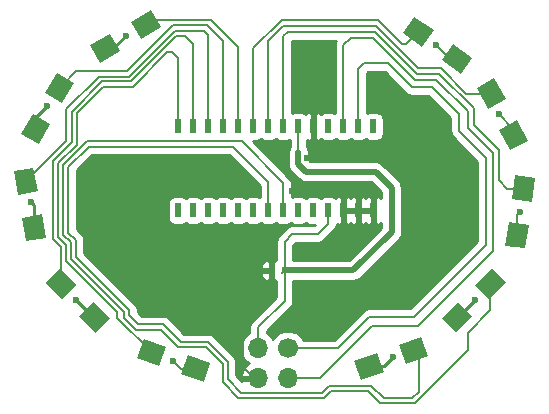
<source format=gbl>
G04 #@! TF.FileFunction,Copper,L2,Bot,Signal*
%FSLAX46Y46*%
G04 Gerber Fmt 4.6, Leading zero omitted, Abs format (unit mm)*
G04 Created by KiCad (PCBNEW 4.0.7) date 06/01/18 22:24:49*
%MOMM*%
%LPD*%
G01*
G04 APERTURE LIST*
%ADD10C,0.100000*%
%ADD11C,1.700000*%
%ADD12O,1.700000X1.700000*%
%ADD13R,0.508000X1.143000*%
%ADD14R,0.600000X0.500000*%
%ADD15C,0.600000*%
%ADD16C,0.200000*%
%ADD17C,0.500000*%
%ADD18C,0.250000*%
%ADD19C,0.254000*%
G04 APERTURE END LIST*
D10*
D11*
X101107240Y-115813840D03*
D12*
X101107240Y-118353840D03*
X98567240Y-115813840D03*
X98567240Y-118353840D03*
D10*
G36*
X118360280Y-109037638D02*
X119562362Y-110239720D01*
X118148148Y-111653934D01*
X116946066Y-110451852D01*
X118360280Y-109037638D01*
X118360280Y-109037638D01*
G37*
G36*
X115531852Y-111866066D02*
X116733934Y-113068148D01*
X115319720Y-114482362D01*
X114117638Y-113280280D01*
X115531852Y-111866066D01*
X115531852Y-111866066D01*
G37*
D13*
X91821000Y-97028000D03*
X93091000Y-97028000D03*
X94361000Y-97028000D03*
X95631000Y-97028000D03*
X96901000Y-97028000D03*
X98171000Y-97028000D03*
X99441000Y-97028000D03*
X100711000Y-97028000D03*
X101981000Y-97028000D03*
X103251000Y-97028000D03*
X104521000Y-97028000D03*
X105791000Y-97028000D03*
X107061000Y-97028000D03*
X108331000Y-97028000D03*
X108331000Y-104140000D03*
X107061000Y-104140000D03*
X105791000Y-104140000D03*
X104521000Y-104140000D03*
X103251000Y-104140000D03*
X101981000Y-104140000D03*
X100711000Y-104140000D03*
X99441000Y-104140000D03*
X98171000Y-104140000D03*
X96901000Y-104140000D03*
X95631000Y-104140000D03*
X94361000Y-104140000D03*
X93091000Y-104140000D03*
X91821000Y-104140000D03*
D14*
X100829200Y-109220000D03*
X99729200Y-109220000D03*
D10*
G36*
X112383360Y-114824701D02*
X112964795Y-116422179D01*
X111085410Y-117106219D01*
X110503975Y-115508741D01*
X112383360Y-114824701D01*
X112383360Y-114824701D01*
G37*
G36*
X108624590Y-116192781D02*
X109206025Y-117790259D01*
X107326640Y-118474299D01*
X106745205Y-116876821D01*
X108624590Y-116192781D01*
X108624590Y-116192781D01*
G37*
G36*
X120352791Y-101177899D02*
X122036247Y-101414493D01*
X121757901Y-103395029D01*
X120074445Y-103158435D01*
X120352791Y-101177899D01*
X120352791Y-101177899D01*
G37*
G36*
X119796099Y-105138971D02*
X121479555Y-105375565D01*
X121201209Y-107356101D01*
X119517753Y-107119507D01*
X119796099Y-105138971D01*
X119796099Y-105138971D01*
G37*
G36*
X117094080Y-93762208D02*
X118595091Y-92964107D01*
X119534034Y-94730002D01*
X118033023Y-95528103D01*
X117094080Y-93762208D01*
X117094080Y-93762208D01*
G37*
G36*
X118971966Y-97293998D02*
X120472977Y-96495897D01*
X121411920Y-98261792D01*
X119910909Y-99059893D01*
X118971966Y-97293998D01*
X118971966Y-97293998D01*
G37*
G36*
X110847004Y-89145550D02*
X111822084Y-87752991D01*
X113460388Y-88900144D01*
X112485308Y-90292703D01*
X110847004Y-89145550D01*
X110847004Y-89145550D01*
G37*
G36*
X114123612Y-91439856D02*
X115098692Y-90047297D01*
X116736996Y-91194450D01*
X115761916Y-92587009D01*
X114123612Y-91439856D01*
X114123612Y-91439856D01*
G37*
G36*
X89549076Y-87171878D02*
X90399076Y-88644122D01*
X88667026Y-89644122D01*
X87817026Y-88171878D01*
X89549076Y-87171878D01*
X89549076Y-87171878D01*
G37*
G36*
X86084974Y-89171878D02*
X86934974Y-90644122D01*
X85202924Y-91644122D01*
X84352924Y-90171878D01*
X86084974Y-89171878D01*
X86084974Y-89171878D01*
G37*
G36*
X81535878Y-92480924D02*
X83008122Y-93330924D01*
X82008122Y-95062974D01*
X80535878Y-94212974D01*
X81535878Y-92480924D01*
X81535878Y-92480924D01*
G37*
G36*
X79535878Y-95945026D02*
X81008122Y-96795026D01*
X80008122Y-98527076D01*
X78535878Y-97677076D01*
X79535878Y-95945026D01*
X79535878Y-95945026D01*
G37*
G36*
X77889969Y-100825177D02*
X79564142Y-100529975D01*
X79911439Y-102499591D01*
X78237266Y-102794793D01*
X77889969Y-100825177D01*
X77889969Y-100825177D01*
G37*
G36*
X78584561Y-104764409D02*
X80258734Y-104469207D01*
X80606031Y-106438823D01*
X78931858Y-106734025D01*
X78584561Y-104764409D01*
X78584561Y-104764409D01*
G37*
G36*
X80589638Y-110239720D02*
X81791720Y-109037638D01*
X83205934Y-110451852D01*
X82003852Y-111653934D01*
X80589638Y-110239720D01*
X80589638Y-110239720D01*
G37*
G36*
X83418066Y-113068148D02*
X84620148Y-111866066D01*
X86034362Y-113280280D01*
X84832280Y-114482362D01*
X83418066Y-113068148D01*
X83418066Y-113068148D01*
G37*
G36*
X88330205Y-116612679D02*
X88911640Y-115015201D01*
X90791025Y-115699241D01*
X90209590Y-117296719D01*
X88330205Y-116612679D01*
X88330205Y-116612679D01*
G37*
G36*
X92088975Y-117980759D02*
X92670410Y-116383281D01*
X94549795Y-117067321D01*
X93968360Y-118664799D01*
X92088975Y-117980759D01*
X92088975Y-117980759D01*
G37*
D15*
X100670360Y-99689920D03*
X102737920Y-99664520D03*
X98435160Y-102458520D03*
X101478080Y-102483920D03*
X91389200Y-116878100D03*
X83174840Y-111749840D03*
X79364840Y-103444040D03*
X80736440Y-95290640D03*
X87401400Y-89347040D03*
X113665000Y-90170000D03*
X118999000Y-96012000D03*
X120777000Y-104267000D03*
X116954300Y-111709200D03*
X110032800Y-116573300D03*
D16*
X104521000Y-104140000D02*
X104521000Y-105283000D01*
X100829200Y-106795480D02*
X100829200Y-109220000D01*
X101478080Y-106146600D02*
X100829200Y-106795480D01*
X103657400Y-106146600D02*
X101478080Y-106146600D01*
X104521000Y-105283000D02*
X103657400Y-106146600D01*
X98567240Y-115813840D02*
X98567240Y-114030760D01*
X100829200Y-111768800D02*
X100829200Y-109220000D01*
X98567240Y-114030760D02*
X100829200Y-111768800D01*
D17*
X101981000Y-99212400D02*
X101981000Y-100223320D01*
X106659680Y-109220000D02*
X100829200Y-109220000D01*
X109880400Y-105999280D02*
X106659680Y-109220000D01*
X109880400Y-102219760D02*
X109880400Y-105999280D01*
X108539280Y-100878640D02*
X109880400Y-102219760D01*
X102636320Y-100878640D02*
X108539280Y-100878640D01*
X101981000Y-100223320D02*
X102636320Y-100878640D01*
D16*
X100624640Y-109424560D02*
X100829200Y-109220000D01*
X101981000Y-97028000D02*
X101981000Y-99105720D01*
X101981000Y-99105720D02*
X101981000Y-99212400D01*
X101981000Y-99212400D02*
X101981000Y-99247960D01*
X101981000Y-99247960D02*
X101955600Y-99273360D01*
X103251000Y-97028000D02*
X103251000Y-99151440D01*
X101478080Y-101701600D02*
X101478080Y-102483920D01*
X100167440Y-100390960D02*
X101478080Y-101701600D01*
X100167440Y-100192840D02*
X100167440Y-100390960D01*
X100670360Y-99689920D02*
X100167440Y-100192840D01*
X103251000Y-99151440D02*
X102737920Y-99664520D01*
X105791000Y-104140000D02*
X105791000Y-102971600D01*
X99729200Y-107074880D02*
X99729200Y-109220000D01*
X98186240Y-105531920D02*
X99729200Y-107074880D01*
X90723720Y-105531920D02*
X98186240Y-105531920D01*
X90190320Y-104998520D02*
X90723720Y-105531920D01*
X90190320Y-103271320D02*
X90190320Y-104998520D01*
X91089480Y-102372160D02*
X90190320Y-103271320D01*
X98348800Y-102372160D02*
X91089480Y-102372160D01*
X98435160Y-102458520D02*
X98348800Y-102372160D01*
X105303320Y-102483920D02*
X101478080Y-102483920D01*
X105791000Y-102971600D02*
X105303320Y-102483920D01*
X98567240Y-118353840D02*
X98211640Y-118353840D01*
X98211640Y-118353840D02*
X97287080Y-117429280D01*
X97287080Y-117429280D02*
X97287080Y-110561120D01*
X97287080Y-110561120D02*
X98628200Y-109220000D01*
X98628200Y-109220000D02*
X99729200Y-109220000D01*
X105867200Y-104216200D02*
X105791000Y-104140000D01*
X98567240Y-118353840D02*
X98600260Y-118353840D01*
X93319385Y-117524040D02*
X92035140Y-117524040D01*
X92035140Y-117524040D02*
X91389200Y-116878100D01*
D18*
X84726214Y-113174214D02*
X84599214Y-113174214D01*
X84599214Y-113174214D02*
X83174840Y-111749840D01*
X79595296Y-105601616D02*
X79595296Y-103674496D01*
X79595296Y-103674496D02*
X79364840Y-103444040D01*
X79772000Y-97236051D02*
X79772000Y-96255080D01*
X79772000Y-96255080D02*
X80736440Y-95290640D01*
X85643949Y-90408000D02*
X86340440Y-90408000D01*
X86340440Y-90408000D02*
X87401400Y-89347040D01*
D16*
X115430304Y-91317153D02*
X114812153Y-91317153D01*
X114812153Y-91317153D02*
X113665000Y-90170000D01*
X118999000Y-96012000D02*
X120191943Y-97204943D01*
X120191943Y-97204943D02*
X120191943Y-97777895D01*
X120498654Y-106247536D02*
X120498654Y-104545346D01*
X120498654Y-104545346D02*
X120777000Y-104267000D01*
D18*
X115425786Y-113174214D02*
X115489286Y-113174214D01*
X115489286Y-113174214D02*
X116954300Y-111709200D01*
X115425786Y-113174214D02*
X115501986Y-113174214D01*
X109272560Y-117333540D02*
X110032800Y-116573300D01*
X107975615Y-117333540D02*
X109272560Y-117333540D01*
D16*
X91821000Y-97028000D02*
X91821000Y-91236800D01*
X91821000Y-91236800D02*
X91313000Y-90728800D01*
X91313000Y-90728800D02*
X90876120Y-90728800D01*
X90876120Y-90728800D02*
X87955120Y-93649800D01*
X87955120Y-93649800D02*
X85486240Y-93649800D01*
X85486240Y-93649800D02*
X83215480Y-95920560D01*
X83215480Y-95920560D02*
X83215480Y-98567240D01*
X83215480Y-98567240D02*
X81666080Y-100116640D01*
X81666080Y-100116640D02*
X81666080Y-106385360D01*
X81666080Y-106385360D02*
X82326480Y-107045760D01*
X82326480Y-107045760D02*
X82326480Y-108422440D01*
X82326480Y-108422440D02*
X86680040Y-112776000D01*
X86680040Y-112776000D02*
X86680040Y-113275385D01*
X86680040Y-113275385D02*
X89560615Y-116155960D01*
X93091000Y-97028000D02*
X93091000Y-90032840D01*
X93091000Y-90032840D02*
X92410280Y-89352120D01*
X92410280Y-89352120D02*
X91658440Y-89352120D01*
X91658440Y-89352120D02*
X87797640Y-93212920D01*
X87797640Y-93212920D02*
X85338920Y-93212920D01*
X85338920Y-93212920D02*
X82788760Y-95763080D01*
X82788760Y-95763080D02*
X82788760Y-98343720D01*
X82788760Y-98343720D02*
X81193640Y-99938840D01*
X81193640Y-99938840D02*
X81193640Y-106527600D01*
X81193640Y-106527600D02*
X81897786Y-107231746D01*
X81897786Y-107231746D02*
X81897786Y-110345786D01*
D18*
X82023654Y-110345786D02*
X81897786Y-110345786D01*
D16*
X94361000Y-97028000D02*
X94361000Y-89255600D01*
X94361000Y-89255600D02*
X94035880Y-88930480D01*
X94035880Y-88930480D02*
X91511120Y-88930480D01*
X91511120Y-88930480D02*
X87640160Y-92801440D01*
X87640160Y-92801440D02*
X85095080Y-92801440D01*
X85095080Y-92801440D02*
X82341720Y-95554800D01*
X82341720Y-95554800D02*
X82341720Y-98221368D01*
X82341720Y-98221368D02*
X78900704Y-101662384D01*
X95631000Y-97028000D02*
X95631000Y-89794080D01*
X95631000Y-89794080D02*
X94269560Y-88432640D01*
X94269560Y-88432640D02*
X91363800Y-88432640D01*
X91363800Y-88432640D02*
X87452200Y-92344240D01*
X87452200Y-92344240D02*
X83199709Y-92344240D01*
X83199709Y-92344240D02*
X81772000Y-93771949D01*
X96901000Y-97028000D02*
X96901000Y-90307160D01*
X96901000Y-90307160D02*
X94609920Y-88016080D01*
X94609920Y-88016080D02*
X89108051Y-88016080D01*
D18*
X89108051Y-88574651D02*
X89108051Y-88016080D01*
D16*
X98171000Y-97028000D02*
X98171000Y-90424000D01*
X111133543Y-90043000D02*
X112153696Y-89022847D01*
X110744000Y-90043000D02*
X111133543Y-90043000D01*
X108712000Y-88011000D02*
X110744000Y-90043000D01*
X100584000Y-88011000D02*
X108712000Y-88011000D01*
X98171000Y-90424000D02*
X100584000Y-88011000D01*
D18*
X112556616Y-89237237D02*
X111563837Y-89237237D01*
D16*
X99441000Y-97028000D02*
X99441000Y-89789000D01*
X116217105Y-94246105D02*
X118314057Y-94246105D01*
X114046000Y-92075000D02*
X116217105Y-94246105D01*
X112141000Y-92075000D02*
X114046000Y-92075000D01*
X108585000Y-88519000D02*
X112141000Y-92075000D01*
X100711000Y-88519000D02*
X108585000Y-88519000D01*
X99441000Y-89789000D02*
X100711000Y-88519000D01*
X100711000Y-97028000D02*
X100711000Y-89408000D01*
X119685464Y-102286464D02*
X121055346Y-102286464D01*
X118999000Y-101600000D02*
X119685464Y-102286464D01*
X118999000Y-99060000D02*
X118999000Y-101600000D01*
X116840000Y-96901000D02*
X118999000Y-99060000D01*
X116840000Y-95504000D02*
X116840000Y-96901000D01*
X113919000Y-92583000D02*
X116840000Y-95504000D01*
X112014000Y-92583000D02*
X113919000Y-92583000D01*
X108458000Y-89027000D02*
X112014000Y-92583000D01*
X101092000Y-89027000D02*
X108458000Y-89027000D01*
X100711000Y-89408000D02*
X101092000Y-89027000D01*
D18*
X121182346Y-101634506D02*
X121182346Y-101651464D01*
D16*
X100711000Y-104140000D02*
X100711000Y-101803200D01*
X118254214Y-112545426D02*
X118254214Y-110345786D01*
X116321840Y-114477800D02*
X118254214Y-112545426D01*
X116321840Y-115991640D02*
X116321840Y-114477800D01*
X111876840Y-120436640D02*
X116321840Y-115991640D01*
X108925360Y-120436640D02*
X111876840Y-120436640D01*
X107878880Y-119390160D02*
X108925360Y-120436640D01*
X104764840Y-119390160D02*
X107878880Y-119390160D01*
X104175560Y-119979440D02*
X104764840Y-119390160D01*
X96890840Y-119979440D02*
X104175560Y-119979440D01*
X95595440Y-118684040D02*
X96890840Y-119979440D01*
X95595440Y-117165120D02*
X95595440Y-118684040D01*
X94157800Y-115727480D02*
X95595440Y-117165120D01*
X91836240Y-115727480D02*
X94157800Y-115727480D01*
X90327480Y-114218720D02*
X91836240Y-115727480D01*
X88224360Y-114218720D02*
X90327480Y-114218720D01*
X87233790Y-113228150D02*
X88224360Y-114218720D01*
X87233790Y-112745550D02*
X87233790Y-113228150D01*
X82732880Y-108244640D02*
X87233790Y-112745550D01*
X82732880Y-106847640D02*
X82732880Y-108244640D01*
X82077560Y-106192320D02*
X82732880Y-106847640D01*
X82077560Y-100304600D02*
X82077560Y-106192320D01*
X84089240Y-98292920D02*
X82077560Y-100304600D01*
X97200720Y-98292920D02*
X84089240Y-98292920D01*
X100711000Y-101803200D02*
X97200720Y-98292920D01*
X105791000Y-97028000D02*
X105791000Y-90170000D01*
X105791000Y-90170000D02*
X106426000Y-89535000D01*
X106426000Y-89535000D02*
X108331000Y-89535000D01*
X108331000Y-89535000D02*
X111887000Y-93091000D01*
X111887000Y-93091000D02*
X113665000Y-93091000D01*
X113665000Y-93091000D02*
X116332000Y-95758000D01*
X116332000Y-95758000D02*
X116332000Y-97155000D01*
X116332000Y-97155000D02*
X118491000Y-99314000D01*
X118491000Y-99314000D02*
X118491000Y-107558840D01*
X118491000Y-107558840D02*
X112090200Y-113959640D01*
X112090200Y-113959640D02*
X108239560Y-113959640D01*
X108239560Y-113959640D02*
X103845360Y-118353840D01*
X103845360Y-118353840D02*
X101107240Y-118353840D01*
X107061000Y-97028000D02*
X107061000Y-92202000D01*
X107061000Y-92202000D02*
X107569000Y-91694000D01*
X107569000Y-91694000D02*
X109601000Y-91694000D01*
X109601000Y-91694000D02*
X111633000Y-93726000D01*
X111633000Y-93726000D02*
X113284000Y-93726000D01*
X113284000Y-93726000D02*
X115570000Y-96012000D01*
X115570000Y-96012000D02*
X115570000Y-97409000D01*
X115570000Y-97409000D02*
X117856000Y-99695000D01*
X117856000Y-99695000D02*
X117856000Y-107066080D01*
X117856000Y-107066080D02*
X111754920Y-113167160D01*
X111754920Y-113167160D02*
X107970320Y-113167160D01*
X107970320Y-113167160D02*
X105323640Y-115813840D01*
X105323640Y-115813840D02*
X101107240Y-115813840D01*
X99441000Y-104140000D02*
X99441000Y-101727000D01*
X112166400Y-119491760D02*
X112166400Y-116046740D01*
X111627920Y-120030240D02*
X112166400Y-119491760D01*
X109209840Y-120030240D02*
X111627920Y-120030240D01*
X108168440Y-118988840D02*
X109209840Y-120030240D01*
X104581960Y-118988840D02*
X108168440Y-118988840D01*
X103991362Y-119579438D02*
X104581960Y-118988840D01*
X97160080Y-119579438D02*
X103991362Y-119579438D01*
X95996760Y-118416118D02*
X97160080Y-119579438D01*
X95996760Y-116997480D02*
X95996760Y-118416118D01*
X94315280Y-115316000D02*
X95996760Y-116997480D01*
X92029280Y-115316000D02*
X94315280Y-115316000D01*
X90500200Y-113786920D02*
X92029280Y-115316000D01*
X88412320Y-113786920D02*
X90500200Y-113786920D01*
X87650320Y-113024920D02*
X88412320Y-113786920D01*
X87650320Y-112572800D02*
X87650320Y-113024920D01*
X83144360Y-108066840D02*
X87650320Y-112572800D01*
X83144360Y-106639360D02*
X83144360Y-108066840D01*
X82529680Y-106024680D02*
X83144360Y-106639360D01*
X82529680Y-100450602D02*
X82529680Y-106024680D01*
X84240322Y-98739960D02*
X82529680Y-100450602D01*
X96453960Y-98739960D02*
X84240322Y-98739960D01*
X99441000Y-101727000D02*
X96453960Y-98739960D01*
X111734385Y-115204025D02*
X111734385Y-115965460D01*
D18*
X111887000Y-115341400D02*
X111887000Y-115963700D01*
D19*
G36*
X98706000Y-102031447D02*
X98706000Y-102991959D01*
X98676890Y-102972069D01*
X98425000Y-102921060D01*
X97917000Y-102921060D01*
X97681683Y-102965338D01*
X97535093Y-103059666D01*
X97406890Y-102972069D01*
X97155000Y-102921060D01*
X96647000Y-102921060D01*
X96411683Y-102965338D01*
X96265093Y-103059666D01*
X96136890Y-102972069D01*
X95885000Y-102921060D01*
X95377000Y-102921060D01*
X95141683Y-102965338D01*
X94995093Y-103059666D01*
X94866890Y-102972069D01*
X94615000Y-102921060D01*
X94107000Y-102921060D01*
X93871683Y-102965338D01*
X93725093Y-103059666D01*
X93596890Y-102972069D01*
X93345000Y-102921060D01*
X92837000Y-102921060D01*
X92601683Y-102965338D01*
X92455093Y-103059666D01*
X92326890Y-102972069D01*
X92075000Y-102921060D01*
X91567000Y-102921060D01*
X91331683Y-102965338D01*
X91115559Y-103104410D01*
X90970569Y-103316610D01*
X90919560Y-103568500D01*
X90919560Y-104711500D01*
X90963838Y-104946817D01*
X91102910Y-105162941D01*
X91315110Y-105307931D01*
X91567000Y-105358940D01*
X92075000Y-105358940D01*
X92310317Y-105314662D01*
X92456907Y-105220334D01*
X92585110Y-105307931D01*
X92837000Y-105358940D01*
X93345000Y-105358940D01*
X93580317Y-105314662D01*
X93726907Y-105220334D01*
X93855110Y-105307931D01*
X94107000Y-105358940D01*
X94615000Y-105358940D01*
X94850317Y-105314662D01*
X94996907Y-105220334D01*
X95125110Y-105307931D01*
X95377000Y-105358940D01*
X95885000Y-105358940D01*
X96120317Y-105314662D01*
X96266907Y-105220334D01*
X96395110Y-105307931D01*
X96647000Y-105358940D01*
X97155000Y-105358940D01*
X97390317Y-105314662D01*
X97536907Y-105220334D01*
X97665110Y-105307931D01*
X97917000Y-105358940D01*
X98425000Y-105358940D01*
X98660317Y-105314662D01*
X98806907Y-105220334D01*
X98935110Y-105307931D01*
X99187000Y-105358940D01*
X99695000Y-105358940D01*
X99930317Y-105314662D01*
X100076907Y-105220334D01*
X100205110Y-105307931D01*
X100457000Y-105358940D01*
X100965000Y-105358940D01*
X101200317Y-105314662D01*
X101346907Y-105220334D01*
X101475110Y-105307931D01*
X101727000Y-105358940D01*
X102235000Y-105358940D01*
X102470317Y-105314662D01*
X102616907Y-105220334D01*
X102745110Y-105307931D01*
X102997000Y-105358940D01*
X103405614Y-105358940D01*
X103352954Y-105411600D01*
X101478080Y-105411600D01*
X101206249Y-105465671D01*
X101196808Y-105467549D01*
X100958357Y-105626876D01*
X100309477Y-106275757D01*
X100150149Y-106514208D01*
X100094200Y-106795480D01*
X100094200Y-108335000D01*
X100014950Y-108335000D01*
X99856200Y-108493750D01*
X99856200Y-109095000D01*
X99876200Y-109095000D01*
X99876200Y-109345000D01*
X99856200Y-109345000D01*
X99856200Y-109946250D01*
X100014950Y-110105000D01*
X100094200Y-110105000D01*
X100094200Y-111464353D01*
X98047517Y-113511037D01*
X97888189Y-113749488D01*
X97832240Y-114030760D01*
X97832240Y-114533835D01*
X97488093Y-114763786D01*
X97166186Y-115245555D01*
X97053147Y-115813840D01*
X97166186Y-116382125D01*
X97488093Y-116863894D01*
X97828793Y-117091542D01*
X97685882Y-117158657D01*
X97295595Y-117586916D01*
X97125764Y-117996950D01*
X97247085Y-118226840D01*
X98440240Y-118226840D01*
X98440240Y-118206840D01*
X98694240Y-118206840D01*
X98694240Y-118226840D01*
X98714240Y-118226840D01*
X98714240Y-118480840D01*
X98694240Y-118480840D01*
X98694240Y-118500840D01*
X98440240Y-118500840D01*
X98440240Y-118480840D01*
X97247085Y-118480840D01*
X97196597Y-118576509D01*
X96731760Y-118111672D01*
X96731760Y-116997480D01*
X96675811Y-116716208D01*
X96659169Y-116691301D01*
X96516484Y-116477757D01*
X94835003Y-114796277D01*
X94596552Y-114636949D01*
X94557550Y-114629191D01*
X94315280Y-114581000D01*
X92333727Y-114581000D01*
X91019923Y-113267197D01*
X90781472Y-113107869D01*
X90500200Y-113051920D01*
X88716767Y-113051920D01*
X88385320Y-112720474D01*
X88385320Y-112572800D01*
X88329371Y-112291528D01*
X88304154Y-112253788D01*
X88170044Y-112053077D01*
X85620717Y-109503750D01*
X98794200Y-109503750D01*
X98794200Y-109596310D01*
X98890873Y-109829699D01*
X99069502Y-110008327D01*
X99302891Y-110105000D01*
X99443450Y-110105000D01*
X99602200Y-109946250D01*
X99602200Y-109345000D01*
X98952950Y-109345000D01*
X98794200Y-109503750D01*
X85620717Y-109503750D01*
X84960657Y-108843690D01*
X98794200Y-108843690D01*
X98794200Y-108936250D01*
X98952950Y-109095000D01*
X99602200Y-109095000D01*
X99602200Y-108493750D01*
X99443450Y-108335000D01*
X99302891Y-108335000D01*
X99069502Y-108431673D01*
X98890873Y-108610301D01*
X98794200Y-108843690D01*
X84960657Y-108843690D01*
X83879360Y-107762394D01*
X83879360Y-106639360D01*
X83823411Y-106358088D01*
X83809958Y-106337954D01*
X83664084Y-106119637D01*
X83264680Y-105720234D01*
X83264680Y-100755048D01*
X84544769Y-99474960D01*
X96149514Y-99474960D01*
X98706000Y-102031447D01*
X98706000Y-102031447D01*
G37*
X98706000Y-102031447D02*
X98706000Y-102991959D01*
X98676890Y-102972069D01*
X98425000Y-102921060D01*
X97917000Y-102921060D01*
X97681683Y-102965338D01*
X97535093Y-103059666D01*
X97406890Y-102972069D01*
X97155000Y-102921060D01*
X96647000Y-102921060D01*
X96411683Y-102965338D01*
X96265093Y-103059666D01*
X96136890Y-102972069D01*
X95885000Y-102921060D01*
X95377000Y-102921060D01*
X95141683Y-102965338D01*
X94995093Y-103059666D01*
X94866890Y-102972069D01*
X94615000Y-102921060D01*
X94107000Y-102921060D01*
X93871683Y-102965338D01*
X93725093Y-103059666D01*
X93596890Y-102972069D01*
X93345000Y-102921060D01*
X92837000Y-102921060D01*
X92601683Y-102965338D01*
X92455093Y-103059666D01*
X92326890Y-102972069D01*
X92075000Y-102921060D01*
X91567000Y-102921060D01*
X91331683Y-102965338D01*
X91115559Y-103104410D01*
X90970569Y-103316610D01*
X90919560Y-103568500D01*
X90919560Y-104711500D01*
X90963838Y-104946817D01*
X91102910Y-105162941D01*
X91315110Y-105307931D01*
X91567000Y-105358940D01*
X92075000Y-105358940D01*
X92310317Y-105314662D01*
X92456907Y-105220334D01*
X92585110Y-105307931D01*
X92837000Y-105358940D01*
X93345000Y-105358940D01*
X93580317Y-105314662D01*
X93726907Y-105220334D01*
X93855110Y-105307931D01*
X94107000Y-105358940D01*
X94615000Y-105358940D01*
X94850317Y-105314662D01*
X94996907Y-105220334D01*
X95125110Y-105307931D01*
X95377000Y-105358940D01*
X95885000Y-105358940D01*
X96120317Y-105314662D01*
X96266907Y-105220334D01*
X96395110Y-105307931D01*
X96647000Y-105358940D01*
X97155000Y-105358940D01*
X97390317Y-105314662D01*
X97536907Y-105220334D01*
X97665110Y-105307931D01*
X97917000Y-105358940D01*
X98425000Y-105358940D01*
X98660317Y-105314662D01*
X98806907Y-105220334D01*
X98935110Y-105307931D01*
X99187000Y-105358940D01*
X99695000Y-105358940D01*
X99930317Y-105314662D01*
X100076907Y-105220334D01*
X100205110Y-105307931D01*
X100457000Y-105358940D01*
X100965000Y-105358940D01*
X101200317Y-105314662D01*
X101346907Y-105220334D01*
X101475110Y-105307931D01*
X101727000Y-105358940D01*
X102235000Y-105358940D01*
X102470317Y-105314662D01*
X102616907Y-105220334D01*
X102745110Y-105307931D01*
X102997000Y-105358940D01*
X103405614Y-105358940D01*
X103352954Y-105411600D01*
X101478080Y-105411600D01*
X101206249Y-105465671D01*
X101196808Y-105467549D01*
X100958357Y-105626876D01*
X100309477Y-106275757D01*
X100150149Y-106514208D01*
X100094200Y-106795480D01*
X100094200Y-108335000D01*
X100014950Y-108335000D01*
X99856200Y-108493750D01*
X99856200Y-109095000D01*
X99876200Y-109095000D01*
X99876200Y-109345000D01*
X99856200Y-109345000D01*
X99856200Y-109946250D01*
X100014950Y-110105000D01*
X100094200Y-110105000D01*
X100094200Y-111464353D01*
X98047517Y-113511037D01*
X97888189Y-113749488D01*
X97832240Y-114030760D01*
X97832240Y-114533835D01*
X97488093Y-114763786D01*
X97166186Y-115245555D01*
X97053147Y-115813840D01*
X97166186Y-116382125D01*
X97488093Y-116863894D01*
X97828793Y-117091542D01*
X97685882Y-117158657D01*
X97295595Y-117586916D01*
X97125764Y-117996950D01*
X97247085Y-118226840D01*
X98440240Y-118226840D01*
X98440240Y-118206840D01*
X98694240Y-118206840D01*
X98694240Y-118226840D01*
X98714240Y-118226840D01*
X98714240Y-118480840D01*
X98694240Y-118480840D01*
X98694240Y-118500840D01*
X98440240Y-118500840D01*
X98440240Y-118480840D01*
X97247085Y-118480840D01*
X97196597Y-118576509D01*
X96731760Y-118111672D01*
X96731760Y-116997480D01*
X96675811Y-116716208D01*
X96659169Y-116691301D01*
X96516484Y-116477757D01*
X94835003Y-114796277D01*
X94596552Y-114636949D01*
X94557550Y-114629191D01*
X94315280Y-114581000D01*
X92333727Y-114581000D01*
X91019923Y-113267197D01*
X90781472Y-113107869D01*
X90500200Y-113051920D01*
X88716767Y-113051920D01*
X88385320Y-112720474D01*
X88385320Y-112572800D01*
X88329371Y-112291528D01*
X88304154Y-112253788D01*
X88170044Y-112053077D01*
X85620717Y-109503750D01*
X98794200Y-109503750D01*
X98794200Y-109596310D01*
X98890873Y-109829699D01*
X99069502Y-110008327D01*
X99302891Y-110105000D01*
X99443450Y-110105000D01*
X99602200Y-109946250D01*
X99602200Y-109345000D01*
X98952950Y-109345000D01*
X98794200Y-109503750D01*
X85620717Y-109503750D01*
X84960657Y-108843690D01*
X98794200Y-108843690D01*
X98794200Y-108936250D01*
X98952950Y-109095000D01*
X99602200Y-109095000D01*
X99602200Y-108493750D01*
X99443450Y-108335000D01*
X99302891Y-108335000D01*
X99069502Y-108431673D01*
X98890873Y-108610301D01*
X98794200Y-108843690D01*
X84960657Y-108843690D01*
X83879360Y-107762394D01*
X83879360Y-106639360D01*
X83823411Y-106358088D01*
X83809958Y-106337954D01*
X83664084Y-106119637D01*
X83264680Y-105720234D01*
X83264680Y-100755048D01*
X84544769Y-99474960D01*
X96149514Y-99474960D01*
X98706000Y-102031447D01*
G36*
X105111949Y-89888728D02*
X105056000Y-90170000D01*
X105056000Y-95879959D01*
X105026890Y-95860069D01*
X104775000Y-95809060D01*
X104267000Y-95809060D01*
X104031683Y-95853338D01*
X103890629Y-95944104D01*
X103864698Y-95918173D01*
X103631309Y-95821500D01*
X103536750Y-95821500D01*
X103378000Y-95980250D01*
X103378000Y-96901000D01*
X103398000Y-96901000D01*
X103398000Y-97155000D01*
X103378000Y-97155000D01*
X103378000Y-98075750D01*
X103536750Y-98234500D01*
X103631309Y-98234500D01*
X103864698Y-98137827D01*
X103891235Y-98111291D01*
X104015110Y-98195931D01*
X104267000Y-98246940D01*
X104775000Y-98246940D01*
X105010317Y-98202662D01*
X105156907Y-98108334D01*
X105285110Y-98195931D01*
X105537000Y-98246940D01*
X106045000Y-98246940D01*
X106280317Y-98202662D01*
X106426907Y-98108334D01*
X106555110Y-98195931D01*
X106807000Y-98246940D01*
X107315000Y-98246940D01*
X107550317Y-98202662D01*
X107696907Y-98108334D01*
X107825110Y-98195931D01*
X108077000Y-98246940D01*
X108585000Y-98246940D01*
X108820317Y-98202662D01*
X109036441Y-98063590D01*
X109181431Y-97851390D01*
X109232440Y-97599500D01*
X109232440Y-96456500D01*
X109188162Y-96221183D01*
X109049090Y-96005059D01*
X108836890Y-95860069D01*
X108585000Y-95809060D01*
X108077000Y-95809060D01*
X107841683Y-95853338D01*
X107796000Y-95882734D01*
X107796000Y-92506446D01*
X107873447Y-92429000D01*
X109296554Y-92429000D01*
X111113277Y-94245724D01*
X111305975Y-94374480D01*
X111351728Y-94405051D01*
X111633000Y-94461000D01*
X112979554Y-94461000D01*
X114835000Y-96316447D01*
X114835000Y-97409000D01*
X114876805Y-97619165D01*
X114890949Y-97690272D01*
X115050277Y-97928723D01*
X117121000Y-99999447D01*
X117121000Y-106761633D01*
X111450474Y-112432160D01*
X107970320Y-112432160D01*
X107689048Y-112488109D01*
X107450597Y-112647436D01*
X105019194Y-115078840D01*
X102410317Y-115078840D01*
X102366896Y-114973754D01*
X101949523Y-114555652D01*
X101403921Y-114329098D01*
X100813151Y-114328583D01*
X100267154Y-114554184D01*
X99849052Y-114971557D01*
X99824585Y-115030479D01*
X99646387Y-114763786D01*
X99302240Y-114533835D01*
X99302240Y-114335206D01*
X101348924Y-112288523D01*
X101508251Y-112050072D01*
X101564200Y-111768800D01*
X101564200Y-110105000D01*
X106659675Y-110105000D01*
X106659680Y-110105001D01*
X106942164Y-110048810D01*
X106998355Y-110037633D01*
X107285470Y-109845790D01*
X110506187Y-106625072D01*
X110506190Y-106625070D01*
X110698033Y-106337955D01*
X110727002Y-106192320D01*
X110765401Y-105999280D01*
X110765400Y-105999275D01*
X110765400Y-102219765D01*
X110765401Y-102219760D01*
X110698033Y-101881085D01*
X110660278Y-101824580D01*
X110506190Y-101593970D01*
X110506187Y-101593968D01*
X109165070Y-100252850D01*
X109116074Y-100220112D01*
X108877955Y-100061007D01*
X108817587Y-100048999D01*
X108539280Y-99993639D01*
X108539275Y-99993640D01*
X103002899Y-99993640D01*
X102866000Y-99856740D01*
X102866000Y-99212400D01*
X102798633Y-98873725D01*
X102716000Y-98750055D01*
X102716000Y-98170425D01*
X102870691Y-98234500D01*
X102965250Y-98234500D01*
X103124000Y-98075750D01*
X103124000Y-97155000D01*
X103104000Y-97155000D01*
X103104000Y-96901000D01*
X103124000Y-96901000D01*
X103124000Y-95980250D01*
X102965250Y-95821500D01*
X102870691Y-95821500D01*
X102637302Y-95918173D01*
X102610765Y-95944709D01*
X102486890Y-95860069D01*
X102235000Y-95809060D01*
X101727000Y-95809060D01*
X101491683Y-95853338D01*
X101446000Y-95882734D01*
X101446000Y-89762000D01*
X105196626Y-89762000D01*
X105111949Y-89888728D01*
X105111949Y-89888728D01*
G37*
X105111949Y-89888728D02*
X105056000Y-90170000D01*
X105056000Y-95879959D01*
X105026890Y-95860069D01*
X104775000Y-95809060D01*
X104267000Y-95809060D01*
X104031683Y-95853338D01*
X103890629Y-95944104D01*
X103864698Y-95918173D01*
X103631309Y-95821500D01*
X103536750Y-95821500D01*
X103378000Y-95980250D01*
X103378000Y-96901000D01*
X103398000Y-96901000D01*
X103398000Y-97155000D01*
X103378000Y-97155000D01*
X103378000Y-98075750D01*
X103536750Y-98234500D01*
X103631309Y-98234500D01*
X103864698Y-98137827D01*
X103891235Y-98111291D01*
X104015110Y-98195931D01*
X104267000Y-98246940D01*
X104775000Y-98246940D01*
X105010317Y-98202662D01*
X105156907Y-98108334D01*
X105285110Y-98195931D01*
X105537000Y-98246940D01*
X106045000Y-98246940D01*
X106280317Y-98202662D01*
X106426907Y-98108334D01*
X106555110Y-98195931D01*
X106807000Y-98246940D01*
X107315000Y-98246940D01*
X107550317Y-98202662D01*
X107696907Y-98108334D01*
X107825110Y-98195931D01*
X108077000Y-98246940D01*
X108585000Y-98246940D01*
X108820317Y-98202662D01*
X109036441Y-98063590D01*
X109181431Y-97851390D01*
X109232440Y-97599500D01*
X109232440Y-96456500D01*
X109188162Y-96221183D01*
X109049090Y-96005059D01*
X108836890Y-95860069D01*
X108585000Y-95809060D01*
X108077000Y-95809060D01*
X107841683Y-95853338D01*
X107796000Y-95882734D01*
X107796000Y-92506446D01*
X107873447Y-92429000D01*
X109296554Y-92429000D01*
X111113277Y-94245724D01*
X111305975Y-94374480D01*
X111351728Y-94405051D01*
X111633000Y-94461000D01*
X112979554Y-94461000D01*
X114835000Y-96316447D01*
X114835000Y-97409000D01*
X114876805Y-97619165D01*
X114890949Y-97690272D01*
X115050277Y-97928723D01*
X117121000Y-99999447D01*
X117121000Y-106761633D01*
X111450474Y-112432160D01*
X107970320Y-112432160D01*
X107689048Y-112488109D01*
X107450597Y-112647436D01*
X105019194Y-115078840D01*
X102410317Y-115078840D01*
X102366896Y-114973754D01*
X101949523Y-114555652D01*
X101403921Y-114329098D01*
X100813151Y-114328583D01*
X100267154Y-114554184D01*
X99849052Y-114971557D01*
X99824585Y-115030479D01*
X99646387Y-114763786D01*
X99302240Y-114533835D01*
X99302240Y-114335206D01*
X101348924Y-112288523D01*
X101508251Y-112050072D01*
X101564200Y-111768800D01*
X101564200Y-110105000D01*
X106659675Y-110105000D01*
X106659680Y-110105001D01*
X106942164Y-110048810D01*
X106998355Y-110037633D01*
X107285470Y-109845790D01*
X110506187Y-106625072D01*
X110506190Y-106625070D01*
X110698033Y-106337955D01*
X110727002Y-106192320D01*
X110765401Y-105999280D01*
X110765400Y-105999275D01*
X110765400Y-102219765D01*
X110765401Y-102219760D01*
X110698033Y-101881085D01*
X110660278Y-101824580D01*
X110506190Y-101593970D01*
X110506187Y-101593968D01*
X109165070Y-100252850D01*
X109116074Y-100220112D01*
X108877955Y-100061007D01*
X108817587Y-100048999D01*
X108539280Y-99993639D01*
X108539275Y-99993640D01*
X103002899Y-99993640D01*
X102866000Y-99856740D01*
X102866000Y-99212400D01*
X102798633Y-98873725D01*
X102716000Y-98750055D01*
X102716000Y-98170425D01*
X102870691Y-98234500D01*
X102965250Y-98234500D01*
X103124000Y-98075750D01*
X103124000Y-97155000D01*
X103104000Y-97155000D01*
X103104000Y-96901000D01*
X103124000Y-96901000D01*
X103124000Y-95980250D01*
X102965250Y-95821500D01*
X102870691Y-95821500D01*
X102637302Y-95918173D01*
X102610765Y-95944709D01*
X102486890Y-95860069D01*
X102235000Y-95809060D01*
X101727000Y-95809060D01*
X101491683Y-95853338D01*
X101446000Y-95882734D01*
X101446000Y-89762000D01*
X105196626Y-89762000D01*
X105111949Y-89888728D01*
G36*
X100205110Y-98195931D02*
X100457000Y-98246940D01*
X100965000Y-98246940D01*
X101200317Y-98202662D01*
X101246000Y-98173266D01*
X101246000Y-98750055D01*
X101163367Y-98873725D01*
X101096000Y-99212400D01*
X101096000Y-100223315D01*
X101095999Y-100223320D01*
X101137111Y-100429999D01*
X101163367Y-100561995D01*
X101304592Y-100773354D01*
X101355210Y-100849110D01*
X102010528Y-101504427D01*
X102010530Y-101504430D01*
X102297645Y-101696273D01*
X102636320Y-101763640D01*
X108172700Y-101763640D01*
X108995400Y-102586339D01*
X108995400Y-103080875D01*
X108944698Y-103030173D01*
X108711309Y-102933500D01*
X108616750Y-102933500D01*
X108458000Y-103092250D01*
X108458000Y-104013000D01*
X108478000Y-104013000D01*
X108478000Y-104267000D01*
X108458000Y-104267000D01*
X108458000Y-105187750D01*
X108616750Y-105346500D01*
X108711309Y-105346500D01*
X108944698Y-105249827D01*
X108995400Y-105199125D01*
X108995400Y-105632701D01*
X106293100Y-108335000D01*
X101564200Y-108335000D01*
X101564200Y-107099926D01*
X101782527Y-106881600D01*
X103657400Y-106881600D01*
X103938672Y-106825651D01*
X104177123Y-106666323D01*
X105040724Y-105802723D01*
X105200051Y-105564272D01*
X105210196Y-105513269D01*
X105256000Y-105283000D01*
X105256000Y-105282425D01*
X105410691Y-105346500D01*
X105505250Y-105346500D01*
X105664000Y-105187750D01*
X105664000Y-104267000D01*
X105918000Y-104267000D01*
X105918000Y-105187750D01*
X106076750Y-105346500D01*
X106171309Y-105346500D01*
X106404698Y-105249827D01*
X106426000Y-105228525D01*
X106447302Y-105249827D01*
X106680691Y-105346500D01*
X106775250Y-105346500D01*
X106934000Y-105187750D01*
X106934000Y-104267000D01*
X107188000Y-104267000D01*
X107188000Y-105187750D01*
X107346750Y-105346500D01*
X107441309Y-105346500D01*
X107674698Y-105249827D01*
X107696000Y-105228525D01*
X107717302Y-105249827D01*
X107950691Y-105346500D01*
X108045250Y-105346500D01*
X108204000Y-105187750D01*
X108204000Y-104267000D01*
X107188000Y-104267000D01*
X106934000Y-104267000D01*
X105918000Y-104267000D01*
X105664000Y-104267000D01*
X105644000Y-104267000D01*
X105644000Y-104013000D01*
X105664000Y-104013000D01*
X105664000Y-103092250D01*
X105918000Y-103092250D01*
X105918000Y-104013000D01*
X106934000Y-104013000D01*
X106934000Y-103092250D01*
X107188000Y-103092250D01*
X107188000Y-104013000D01*
X108204000Y-104013000D01*
X108204000Y-103092250D01*
X108045250Y-102933500D01*
X107950691Y-102933500D01*
X107717302Y-103030173D01*
X107696000Y-103051475D01*
X107674698Y-103030173D01*
X107441309Y-102933500D01*
X107346750Y-102933500D01*
X107188000Y-103092250D01*
X106934000Y-103092250D01*
X106775250Y-102933500D01*
X106680691Y-102933500D01*
X106447302Y-103030173D01*
X106426000Y-103051475D01*
X106404698Y-103030173D01*
X106171309Y-102933500D01*
X106076750Y-102933500D01*
X105918000Y-103092250D01*
X105664000Y-103092250D01*
X105505250Y-102933500D01*
X105410691Y-102933500D01*
X105177302Y-103030173D01*
X105150765Y-103056709D01*
X105026890Y-102972069D01*
X104775000Y-102921060D01*
X104267000Y-102921060D01*
X104031683Y-102965338D01*
X103885093Y-103059666D01*
X103756890Y-102972069D01*
X103505000Y-102921060D01*
X102997000Y-102921060D01*
X102761683Y-102965338D01*
X102615093Y-103059666D01*
X102486890Y-102972069D01*
X102235000Y-102921060D01*
X101727000Y-102921060D01*
X101491683Y-102965338D01*
X101446000Y-102994734D01*
X101446000Y-101803200D01*
X101390051Y-101521928D01*
X101324675Y-101424086D01*
X101230724Y-101283477D01*
X98194186Y-98246940D01*
X98425000Y-98246940D01*
X98660317Y-98202662D01*
X98806907Y-98108334D01*
X98935110Y-98195931D01*
X99187000Y-98246940D01*
X99695000Y-98246940D01*
X99930317Y-98202662D01*
X100076907Y-98108334D01*
X100205110Y-98195931D01*
X100205110Y-98195931D01*
G37*
X100205110Y-98195931D02*
X100457000Y-98246940D01*
X100965000Y-98246940D01*
X101200317Y-98202662D01*
X101246000Y-98173266D01*
X101246000Y-98750055D01*
X101163367Y-98873725D01*
X101096000Y-99212400D01*
X101096000Y-100223315D01*
X101095999Y-100223320D01*
X101137111Y-100429999D01*
X101163367Y-100561995D01*
X101304592Y-100773354D01*
X101355210Y-100849110D01*
X102010528Y-101504427D01*
X102010530Y-101504430D01*
X102297645Y-101696273D01*
X102636320Y-101763640D01*
X108172700Y-101763640D01*
X108995400Y-102586339D01*
X108995400Y-103080875D01*
X108944698Y-103030173D01*
X108711309Y-102933500D01*
X108616750Y-102933500D01*
X108458000Y-103092250D01*
X108458000Y-104013000D01*
X108478000Y-104013000D01*
X108478000Y-104267000D01*
X108458000Y-104267000D01*
X108458000Y-105187750D01*
X108616750Y-105346500D01*
X108711309Y-105346500D01*
X108944698Y-105249827D01*
X108995400Y-105199125D01*
X108995400Y-105632701D01*
X106293100Y-108335000D01*
X101564200Y-108335000D01*
X101564200Y-107099926D01*
X101782527Y-106881600D01*
X103657400Y-106881600D01*
X103938672Y-106825651D01*
X104177123Y-106666323D01*
X105040724Y-105802723D01*
X105200051Y-105564272D01*
X105210196Y-105513269D01*
X105256000Y-105283000D01*
X105256000Y-105282425D01*
X105410691Y-105346500D01*
X105505250Y-105346500D01*
X105664000Y-105187750D01*
X105664000Y-104267000D01*
X105918000Y-104267000D01*
X105918000Y-105187750D01*
X106076750Y-105346500D01*
X106171309Y-105346500D01*
X106404698Y-105249827D01*
X106426000Y-105228525D01*
X106447302Y-105249827D01*
X106680691Y-105346500D01*
X106775250Y-105346500D01*
X106934000Y-105187750D01*
X106934000Y-104267000D01*
X107188000Y-104267000D01*
X107188000Y-105187750D01*
X107346750Y-105346500D01*
X107441309Y-105346500D01*
X107674698Y-105249827D01*
X107696000Y-105228525D01*
X107717302Y-105249827D01*
X107950691Y-105346500D01*
X108045250Y-105346500D01*
X108204000Y-105187750D01*
X108204000Y-104267000D01*
X107188000Y-104267000D01*
X106934000Y-104267000D01*
X105918000Y-104267000D01*
X105664000Y-104267000D01*
X105644000Y-104267000D01*
X105644000Y-104013000D01*
X105664000Y-104013000D01*
X105664000Y-103092250D01*
X105918000Y-103092250D01*
X105918000Y-104013000D01*
X106934000Y-104013000D01*
X106934000Y-103092250D01*
X107188000Y-103092250D01*
X107188000Y-104013000D01*
X108204000Y-104013000D01*
X108204000Y-103092250D01*
X108045250Y-102933500D01*
X107950691Y-102933500D01*
X107717302Y-103030173D01*
X107696000Y-103051475D01*
X107674698Y-103030173D01*
X107441309Y-102933500D01*
X107346750Y-102933500D01*
X107188000Y-103092250D01*
X106934000Y-103092250D01*
X106775250Y-102933500D01*
X106680691Y-102933500D01*
X106447302Y-103030173D01*
X106426000Y-103051475D01*
X106404698Y-103030173D01*
X106171309Y-102933500D01*
X106076750Y-102933500D01*
X105918000Y-103092250D01*
X105664000Y-103092250D01*
X105505250Y-102933500D01*
X105410691Y-102933500D01*
X105177302Y-103030173D01*
X105150765Y-103056709D01*
X105026890Y-102972069D01*
X104775000Y-102921060D01*
X104267000Y-102921060D01*
X104031683Y-102965338D01*
X103885093Y-103059666D01*
X103756890Y-102972069D01*
X103505000Y-102921060D01*
X102997000Y-102921060D01*
X102761683Y-102965338D01*
X102615093Y-103059666D01*
X102486890Y-102972069D01*
X102235000Y-102921060D01*
X101727000Y-102921060D01*
X101491683Y-102965338D01*
X101446000Y-102994734D01*
X101446000Y-101803200D01*
X101390051Y-101521928D01*
X101324675Y-101424086D01*
X101230724Y-101283477D01*
X98194186Y-98246940D01*
X98425000Y-98246940D01*
X98660317Y-98202662D01*
X98806907Y-98108334D01*
X98935110Y-98195931D01*
X99187000Y-98246940D01*
X99695000Y-98246940D01*
X99930317Y-98202662D01*
X100076907Y-98108334D01*
X100205110Y-98195931D01*
M02*

</source>
